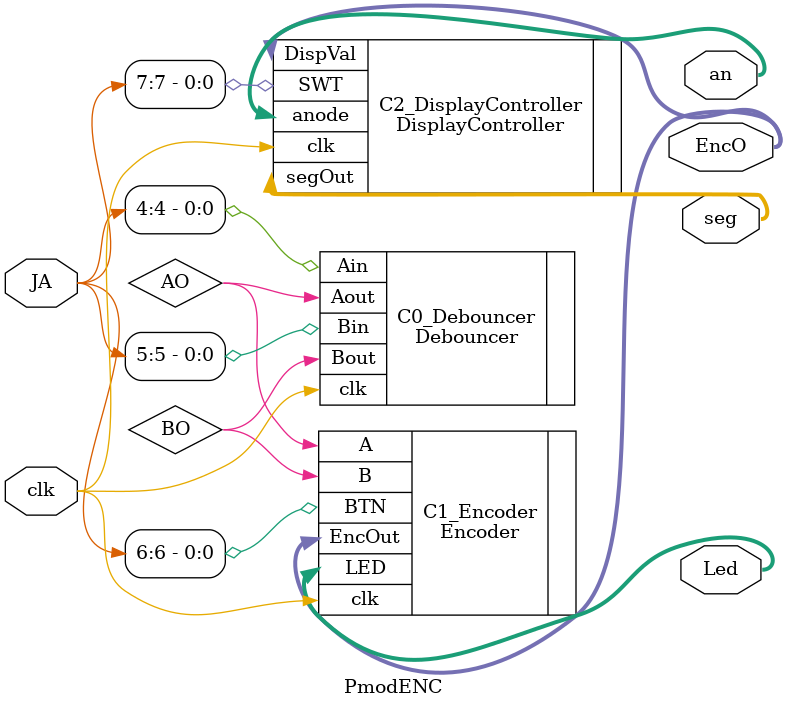
<source format=v>
`timescale 1ns / 1ps
module PmodENC(
    clk,
    JA,
    an,
    seg,
    Led,
    EncO
    );

	 // ===========================================================================
	 // 										Port Declarations
	 // ===========================================================================
    input clk;
    input [7:4] JA;
    output [3:0] an;
    output [6:0] seg;
    output [1:0] Led;

	 // ===========================================================================
	 // 							  Parameters, Regsiters, and Wires
	 // ===========================================================================
	 wire [3:0] an;
	 wire [6:0] seg;
	 wire [1:0] Led;
	 
	 output [4:0] EncO;
	 
	 // ===========================================================================
	 // 										Implementation
	 // ===========================================================================
 	 Debouncer C0_Debouncer (
				  .clk(clk),
				  .Ain(JA[4]),
				  .Bin(JA[5]),
				  .Aout(AO),
				  .Bout(BO)
	 );
	 
 	 Encoder C1_Encoder (
				  .clk(clk),
				  .A(AO),
				  .B(BO),
				  .BTN(JA[6]),
				  .EncOut(EncO),
				  .LED(Led)
	 );

 	 DisplayController C2_DisplayController (
				  .clk(clk),
				  .SWT(JA[7]),
				  .DispVal(EncO),
				  .anode(an),
				  .segOut(seg)
	 );
endmodule

</source>
